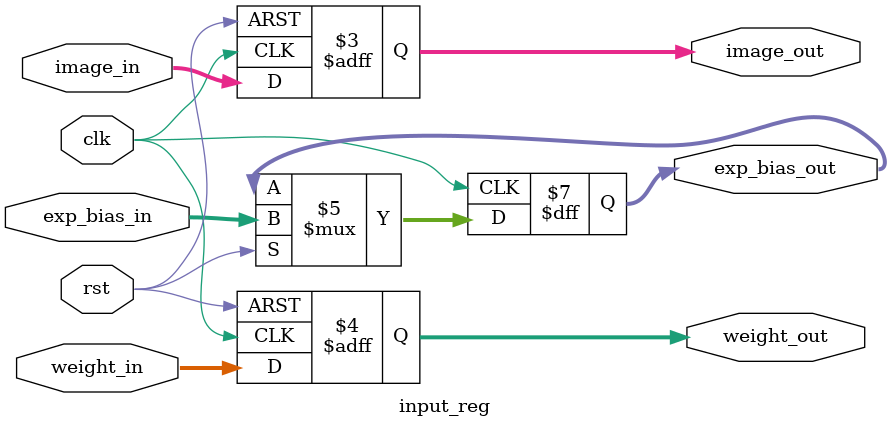
<source format=v>
module input_reg (input clk, rst, 
    input [71:0] image_in,
    input [35:0] weight_in, 
    input [4:0] exp_bias_in, 
    output reg [71:0] image_out, 
    output reg [35:0] weight_out, 
    output reg [4:0] exp_bias_out);

    always @(posedge clk or negedge rst) begin
        if (!rst) begin
            image_out <= 0;
            weight_out <= 0;
        end
        else begin
            image_out <= image_in;
            weight_out <= weight_in;
            exp_bias_out <= exp_bias_in;
        end
    end
    
endmodule
</source>
